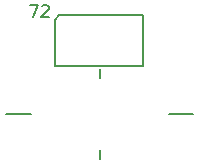
<source format=gbr>
%TF.GenerationSoftware,KiCad,Pcbnew,7.0.7*%
%TF.CreationDate,2024-06-03T14:17:06-05:00*%
%TF.ProjectId,Accel and Strain Gage board,41636365-6c20-4616-9e64-205374726169,rev?*%
%TF.SameCoordinates,Original*%
%TF.FileFunction,Legend,Top*%
%TF.FilePolarity,Positive*%
%FSLAX46Y46*%
G04 Gerber Fmt 4.6, Leading zero omitted, Abs format (unit mm)*
G04 Created by KiCad (PCBNEW 7.0.7) date 2024-06-03 14:17:06*
%MOMM*%
%LPD*%
G01*
G04 APERTURE LIST*
%ADD10C,0.150000*%
%ADD11C,0.203200*%
%ADD12C,0.152400*%
G04 APERTURE END LIST*
D10*
X121158000Y-127000000D02*
X119049800Y-127000000D01*
X127000000Y-123190000D02*
X127000000Y-123952000D01*
X127000000Y-130048000D02*
X127000000Y-130810000D01*
X132842000Y-127000000D02*
X134940000Y-127000000D01*
D11*
X121101716Y-117760923D02*
X121779050Y-117760923D01*
X121779050Y-117760923D02*
X121343621Y-118776923D01*
X122117716Y-117857685D02*
X122166097Y-117809304D01*
X122166097Y-117809304D02*
X122262859Y-117760923D01*
X122262859Y-117760923D02*
X122504764Y-117760923D01*
X122504764Y-117760923D02*
X122601526Y-117809304D01*
X122601526Y-117809304D02*
X122649907Y-117857685D01*
X122649907Y-117857685D02*
X122698288Y-117954447D01*
X122698288Y-117954447D02*
X122698288Y-118051209D01*
X122698288Y-118051209D02*
X122649907Y-118196352D01*
X122649907Y-118196352D02*
X122069335Y-118776923D01*
X122069335Y-118776923D02*
X122698288Y-118776923D01*
D12*
%TO.C,72*%
X123190000Y-118998990D02*
X123571000Y-118617990D01*
X123190000Y-122935990D02*
X123190000Y-118998990D01*
X123190000Y-122935990D02*
X130683000Y-122935990D01*
X123571000Y-118617990D02*
X130683000Y-118617990D01*
X130683000Y-122935990D02*
X130683000Y-118617990D01*
%TD*%
M02*

</source>
